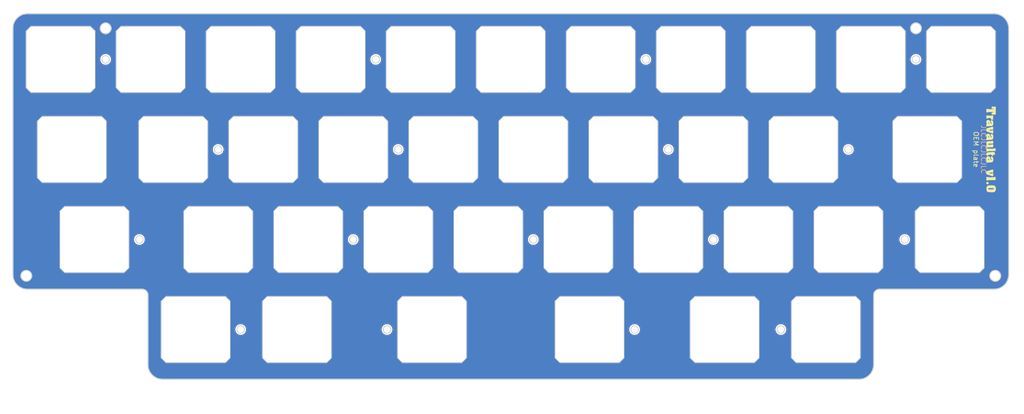
<source format=kicad_pcb>
(kicad_pcb (version 20221018) (generator pcbnew)
  (layers (0 "F.Cu" signal) (31 "B.Cu" signal) (34 "B.Paste" user) (35 "F.Paste" user) (36 "B.SilkS" user "B.Silkscreen") (37 "F.SilkS" user "F.Silkscreen") (38 "B.Mask" user) (39 "F.Mask" user) (44 "Edge.Cuts" user))
  (net 0 "")
  (net 1 "GND")
  (footprint "cipulot_parts:ecs_plate_cut_1U" (layer "F.Cu") (at 215.9 114.3)
    (fp_text reference "REF**")
    (fp_text value "Value " hide)
    (fp_line (start -7.3 -6) (end -7.3 6) (stroke (width 0.12)) (layer "Edge.Cuts"))
    (fp_line (start -7.3 6) (end -6.3 7) (stroke (width 0.12)) (layer "Edge.Cuts"))
    (fp_line (start -6.3 -7) (end -7.3 -6) (stroke (width 0.12)) (layer "Edge.Cuts"))
    (fp_line (start -6.3 7) (end 6.3 7) (stroke (width 0.12)) (layer "Edge.Cuts"))
    (fp_line (start 6.3 -7) (end -6.3 -7) (stroke (width 0.12)) (layer "Edge.Cuts"))
    (fp_line (start 6.3 -7) (end 7.3 -6) (stroke (width 0.12)) (layer "Edge.Cuts"))
    (fp_line (start 6.3 7) (end 7.3 6) (stroke (width 0.12)) (layer "Edge.Cuts"))
    (fp_line (start 7.3 6) (end 7.3 -6) (stroke (width 0.12)) (layer "Edge.Cuts"))
  )
  (footprint "cipulot_parts:ecs_plate_cut_1U" (layer "F.Cu") (at 220.6625 95.25)
    (fp_text reference "REF**")
    (fp_text value "Value " hide)
    (fp_line (start -7.3 -6) (end -7.3 6) (stroke (width 0.12)) (layer "Edge.Cuts"))
    (fp_line (start -7.3 6) (end -6.3 7) (stroke (width 0.12)) (layer "Edge.Cuts"))
    (fp_line (start -6.3 -7) (end -7.3 -6) (stroke (width 0.12)) (layer "Edge.Cuts"))
    (fp_line (start -6.3 7) (end 6.3 7) (stroke (width 0.12)) (layer "Edge.Cuts"))
    (fp_line (start 6.3 -7) (end -6.3 -7) (stroke (width 0.12)) (layer "Edge.Cuts"))
    (fp_line (start 6.3 -7) (end 7.3 -6) (stroke (width 0.12)) (layer "Edge.Cuts"))
    (fp_line (start 6.3 7) (end 7.3 6) (stroke (width 0.12)) (layer "Edge.Cuts"))
    (fp_line (start 7.3 6) (end 7.3 -6) (stroke (width 0.12)) (layer "Edge.Cuts"))
  )
  (footprint "cipulot_parts:ecs_plate_cut_1U" (layer "F.Cu") (at 132.555 114.3)
    (fp_text reference "REF**")
    (fp_text value "Value " hide)
    (fp_line (start -7.3 -6) (end -7.3 6) (stroke (width 0.12)) (layer "Edge.Cuts"))
    (fp_line (start -7.3 6) (end -6.3 7) (stroke (width 0.12)) (layer "Edge.Cuts"))
    (fp_line (start -6.3 -7) (end -7.3 -6) (stroke (width 0.12)) (layer "Edge.Cuts"))
    (fp_line (start -6.3 7) (end 6.3 7) (stroke (width 0.12)) (layer "Edge.Cuts"))
    (fp_line (start 6.3 -7) (end -6.3 -7) (stroke (width 0.12)) (layer "Edge.Cuts"))
    (fp_line (start 6.3 -7) (end 7.3 -6) (stroke (width 0.12)) (layer "Edge.Cuts"))
    (fp_line (start 6.3 7) (end 7.3 6) (stroke (width 0.12)) (layer "Edge.Cuts"))
    (fp_line (start 7.3 6) (end 7.3 -6) (stroke (width 0.12)) (layer "Edge.Cuts"))
  )
  (footprint "cipulot_parts:ecs_plate_cut_1U" (layer "F.Cu") (at 173.0375 76.2)
    (fp_text reference "REF**")
    (fp_text value "Value " hide)
    (fp_line (start -7.3 -6) (end -7.3 6) (stroke (width 0.12)) (layer "Edge.Cuts"))
    (fp_line (start -7.3 6) (end -6.3 7) (stroke (width 0.12)) (layer "Edge.Cuts"))
    (fp_line (start -6.3 -7) (end -7.3 -6) (stroke (width 0.12)) (layer "Edge.Cuts"))
    (fp_line (start -6.3 7) (end 6.3 7) (stroke (width 0.12)) (layer "Edge.Cuts"))
    (fp_line (start 6.3 -7) (end -6.3 -7) (stroke (width 0.12)) (layer "Edge.Cuts"))
    (fp_line (start 6.3 -7) (end 7.3 -6) (stroke (width 0.12)) (layer "Edge.Cuts"))
    (fp_line (start 6.3 7) (end 7.3 6) (stroke (width 0.12)) (layer "Edge.Cuts"))
    (fp_line (start 7.3 6) (end 7.3 -6) (stroke (width 0.12)) (layer "Edge.Cuts"))
  )
  (footprint "cipulot_parts:ecs_plate_cut_1U" (layer "F.Cu") (at 103.98 114.3)
    (fp_text reference "REF**")
    (fp_text value "Value " hide)
    (fp_line (start -7.3 -6) (end -7.3 6) (stroke (width 0.12)) (layer "Edge.Cuts"))
    (fp_line (start -7.3 6) (end -6.3 7) (stroke (width 0.12)) (layer "Edge.Cuts"))
    (fp_line (start -6.3 -7) (end -7.3 -6) (stroke (width 0.12)) (layer "Edge.Cuts"))
    (fp_line (start -6.3 7) (end 6.3 7) (stroke (width 0.12)) (layer "Edge.Cuts"))
    (fp_line (start 6.3 -7) (end -6.3 -7) (stroke (width 0.12)) (layer "Edge.Cuts"))
    (fp_line (start 6.3 -7) (end 7.3 -6) (stroke (width 0.12)) (layer "Edge.Cuts"))
    (fp_line (start 6.3 7) (end 7.3 6) (stroke (width 0.12)) (layer "Edge.Cuts"))
    (fp_line (start 7.3 6) (end 7.3 -6) (stroke (width 0.12)) (layer "Edge.Cuts"))
  )
  (footprint "cipulot_parts:ecs_plate_cut_1U" (layer "F.Cu") (at 115.8875 76.2)
    (fp_text reference "REF**")
    (fp_text value "Value " hide)
    (fp_line (start -7.3 -6) (end -7.3 6) (stroke (width 0.12)) (layer "Edge.Cuts"))
    (fp_line (start -7.3 6) (end -6.3 7) (stroke (width 0.12)) (layer "Edge.Cuts"))
    (fp_line (start -6.3 -7) (end -7.3 -6) (stroke (width 0.12)) (layer "Edge.Cuts"))
    (fp_line (start -6.3 7) (end 6.3 7) (stroke (width 0.12)) (layer "Edge.Cuts"))
    (fp_line (start 6.3 -7) (end -6.3 -7) (stroke (width 0.12)) (layer "Edge.Cuts"))
    (fp_line (start 6.3 -7) (end 7.3 -6) (stroke (width 0.12)) (layer "Edge.Cuts"))
    (fp_line (start 6.3 7) (end 7.3 6) (stroke (width 0.12)) (layer "Edge.Cuts"))
    (fp_line (start 7.3 6) (end 7.3 -6) (stroke (width 0.12)) (layer "Edge.Cuts"))
  )
  (footprint "cipulot_parts:ecs_plate_cut_1U" (layer "F.Cu") (at 82.55 114.3)
    (fp_text reference "REF**")
    (fp_text value "Value " hide)
    (fp_line (start -7.3 -6) (end -7.3 6) (stroke (width 0.12)) (layer "Edge.Cuts"))
    (fp_line (start -7.3 6) (end -6.3 7) (stroke (width 0.12)) (layer "Edge.Cuts"))
    (fp_line (start -6.3 -7) (end -7.3 -6) (stroke (width 0.12)) (layer "Edge.Cuts"))
    (fp_line (start -6.3 7) (end 6.3 7) (stroke (width 0.12)) (layer "Edge.Cuts"))
    (fp_line (start 6.3 -7) (end -6.3 -7) (stroke (width 0.12)) (layer "Edge.Cuts"))
    (fp_line (start 6.3 -7) (end 7.3 -6) (stroke (width 0.12)) (layer "Edge.Cuts"))
    (fp_line (start 6.3 7) (end 7.3 6) (stroke (width 0.12)) (layer "Edge.Cuts"))
    (fp_line (start 7.3 6) (end 7.3 -6) (stroke (width 0.12)) (layer "Edge.Cuts"))
  )
  (footprint "cipulot_parts:ecs_plate_cut_1U" (layer "F.Cu") (at 56.358 76.2)
    (fp_text reference "REF**")
    (fp_text value "Value " hide)
    (fp_line (start -7.3 -6) (end -7.3 6) (stroke (width 0.12)) (layer "Edge.Cuts"))
    (fp_line (start -7.3 6) (end -6.3 7) (stroke (width 0.12)) (layer "Edge.Cuts"))
    (fp_line (start -6.3 -7) (end -7.3 -6) (stroke (width 0.12)) (layer "Edge.Cuts"))
    (fp_line (start -6.3 7) (end 6.3 7) (stroke (width 0.12)) (layer "Edge.Cuts"))
    (fp_line (start 6.3 -7) (end -6.3 -7) (stroke (width 0.12)) (layer "Edge.Cuts"))
    (fp_line (start 6.3 -7) (end 7.3 -6) (stroke (width 0.12)) (layer "Edge.Cuts"))
    (fp_line (start 6.3 7) (end 7.3 6) (stroke (width 0.12)) (layer "Edge.Cuts"))
    (fp_line (start 7.3 6) (end 7.3 -6) (stroke (width 0.12)) (layer "Edge.Cuts"))
  )
  (footprint "cipulot_parts:ecs_plate_cut_1U" (layer "F.Cu") (at 77.7875 76.2)
    (fp_text reference "REF**")
    (fp_text value "Value " hide)
    (fp_line (start -7.3 -6) (end -7.3 6) (stroke (width 0.12)) (layer "Edge.Cuts"))
    (fp_line (start -7.3 6) (end -6.3 7) (stroke (width 0.12)) (layer "Edge.Cuts"))
    (fp_line (start -6.3 -7) (end -7.3 -6) (stroke (width 0.12)) (layer "Edge.Cuts"))
    (fp_line (start -6.3 7) (end 6.3 7) (stroke (width 0.12)) (layer "Edge.Cuts"))
    (fp_line (start 6.3 -7) (end -6.3 -7) (stroke (width 0.12)) (layer "Edge.Cuts"))
    (fp_line (start 6.3 -7) (end 7.3 -6) (stroke (width 0.12)) (layer "Edge.Cuts"))
    (fp_line (start 6.3 7) (end 7.3 6) (stroke (width 0.12)) (layer "Edge.Cuts"))
    (fp_line (start 7.3 6) (end 7.3 -6) (stroke (width 0.12)) (layer "Edge.Cuts"))
  )
  (footprint "cipulot_parts:ecs_plate_cut_1U" (layer "F.Cu") (at 237.33 76.2)
    (fp_text reference "REF**")
    (fp_text value "Value " hide)
    (fp_line (start -7.3 -6) (end -7.3 6) (stroke (width 0.12)) (layer "Edge.Cuts"))
    (fp_line (start -7.3 6) (end -6.3 7) (stroke (width 0.12)) (layer "Edge.Cuts"))
    (fp_line (start -6.3 -7) (end -7.3 -6) (stroke (width 0.12)) (layer "Edge.Cuts"))
    (fp_line (start -6.3 7) (end 6.3 7) (stroke (width 0.12)) (layer "Edge.Cuts"))
    (fp_line (start 6.3 -7) (end -6.3 -7) (stroke (width 0.12)) (layer "Edge.Cuts"))
    (fp_line (start 6.3 -7) (end 7.3 -6) (stroke (width 0.12)) (layer "Edge.Cuts"))
    (fp_line (start 6.3 7) (end 7.3 6) (stroke (width 0.12)) (layer "Edge.Cuts"))
    (fp_line (start 7.3 6) (end 7.3 -6) (stroke (width 0.12)) (layer "Edge.Cuts"))
  )
  (footprint "cipulot_parts:ecs_plate_cut_1U" (layer "F.Cu") (at 130.175 57.15)
    (fp_text reference "REF**")
    (fp_text value "Value " hide)
    (fp_line (start -7.3 -6) (end -7.3 6) (stroke (width 0.12)) (layer "Edge.Cuts"))
    (fp_line (start -7.3 6) (end -6.3 7) (stroke (width 0.12)) (layer "Edge.Cuts"))
    (fp_line (start -6.3 -7) (end -7.3 -6) (stroke (width 0.12)) (layer "Edge.Cuts"))
    (fp_line (start -6.3 7) (end 6.3 7) (stroke (width 0.12)) (layer "Edge.Cuts"))
    (fp_line (start 6.3 -7) (end -6.3 -7) (stroke (width 0.12)) (layer "Edge.Cuts"))
    (fp_line (start 6.3 -7) (end 7.3 -6) (stroke (width 0.12)) (layer "Edge.Cuts"))
    (fp_line (start 6.3 7) (end 7.3 6) (stroke (width 0.12)) (layer "Edge.Cuts"))
    (fp_line (start 7.3 6) (end 7.3 -6) (stroke (width 0.12)) (layer "Edge.Cuts"))
  )
  (footprint "cipulot_parts:ecs_plate_cut_1U" (layer "F.Cu") (at 165.892 114.3)
    (fp_text reference "REF**")
    (fp_text value "Value " hide)
    (fp_line (start -7.3 -6) (end -7.3 6) (stroke (width 0.12)) (layer "Edge.Cuts"))
    (fp_line (start -7.3 6) (end -6.3 7) (stroke (width 0.12)) (layer "Edge.Cuts"))
    (fp_line (start -6.3 -7) (end -7.3 -6) (stroke (width 0.12)) (layer "Edge.Cuts"))
    (fp_line (start -6.3 7) (end 6.3 7) (stroke (width 0.12)) (layer "Edge.Cuts"))
    (fp_line (start 6.3 -7) (end -6.3 -7) (stroke (width 0.12)) (layer "Edge.Cuts"))
    (fp_line (start 6.3 -7) (end 7.3 -6) (stroke (width 0.12)) (layer "Edge.Cuts"))
    (fp_line (start 6.3 7) (end 7.3 6) (stroke (width 0.12)) (layer "Edge.Cuts"))
    (fp_line (start 7.3 6) (end 7.3 -6) (stroke (width 0.12)) (layer "Edge.Cuts"))
  )
  (footprint "cipulot_parts:ecs_plate_cut_1U" (layer "F.Cu") (at 201.6125 95.25)
    (fp_text reference "REF**")
    (fp_text value "Value " hide)
    (fp_line (start -7.3 -6) (end -7.3 6) (stroke (width 0.12)) (layer "Edge.Cuts"))
    (fp_line (start -7.3 6) (end -6.3 7) (stroke (width 0.12)) (layer "Edge.Cuts"))
    (fp_line (start -6.3 -7) (end -7.3 -6) (stroke (width 0.12)) (layer "Edge.Cuts"))
    (fp_line (start -6.3 7) (end 6.3 7) (stroke (width 0.12)) (layer "Edge.Cuts"))
    (fp_line (start 6.3 -7) (end -6.3 -7) (stroke (width 0.12)) (layer "Edge.Cuts"))
    (fp_line (start 6.3 -7) (end 7.3 -6) (stroke (width 0.12)) (layer "Edge.Cuts"))
    (fp_line (start 6.3 7) (end 7.3 6) (stroke (width 0.12)) (layer "Edge.Cuts"))
    (fp_line (start 7.3 6) (end 7.3 -6) (stroke (width 0.12)) (layer "Edge.Cuts"))
  )
  (footprint "cipulot_parts:ecs_plate_cut_1U" (layer "F.Cu") (at 225.425 57.15)
    (fp_text reference "REF**")
    (fp_text value "Value " hide)
    (fp_line (start -7.3 -6) (end -7.3 6) (stroke (width 0.12)) (layer "Edge.Cuts"))
    (fp_line (start -7.3 6) (end -6.3 7) (stroke (width 0.12)) (layer "Edge.Cuts"))
    (fp_line (start -6.3 -7) (end -7.3 -6) (stroke (width 0.12)) (layer "Edge.Cuts"))
    (fp_line (start -6.3 7) (end 6.3 7) (stroke (width 0.12)) (layer "Edge.Cuts"))
    (fp_line (start 6.3 -7) (end -6.3 -7) (stroke (width 0.12)) (layer "Edge.Cuts"))
    (fp_line (start 6.3 -7) (end 7.3 -6) (stroke (width 0.12)) (layer "Edge.Cuts"))
    (fp_line (start 6.3 7) (end 7.3 6) (stroke (width 0.12)) (layer "Edge.Cuts"))
    (fp_line (start 7.3 6) (end 7.3 -6) (stroke (width 0.12)) (layer "Edge.Cuts"))
  )
  (footprint "cipulot_parts:ecs_plate_cut_1U" (layer "F.Cu") (at 87.3125 95.25)
    (fp_text reference "REF**")
    (fp_text value "Value " hide)
    (fp_line (start -7.3 -6) (end -7.3 6) (stroke (width 0.12)) (layer "Edge.Cuts"))
    (fp_line (start -7.3 6) (end -6.3 7) (stroke (width 0.12)) (layer "Edge.Cuts"))
    (fp_line (start -6.3 -7) (end -7.3 -6) (stroke (width 0.12)) (layer "Edge.Cuts"))
    (fp_line (start -6.3 7) (end 6.3 7) (stroke (width 0.12)) (layer "Edge.Cuts"))
    (fp_line (start 6.3 -7) (end -6.3 -7) (stroke (width 0.12)) (layer "Edge.Cuts"))
    (fp_line (start 6.3 -7) (end 7.3 -6) (stroke (width 0.12)) (layer "Edge.Cuts"))
    (fp_line (start 6.3 7) (end 7.3 6) (stroke (width 0.12)) (layer "Edge.Cuts"))
    (fp_line (start 7.3 6) (end 7.3 -6) (stroke (width 0.12)) (layer "Edge.Cuts"))
  )
  (footprint "cipulot_parts:ecs_plate_cut_1U" (layer "F.Cu") (at 168.275 57.15)
    (fp_text reference "REF**")
    (fp_text value "Value " hide)
    (fp_line (start -7.3 -6) (end -7.3 6) (stroke (width 0.12)) (layer "Edge.Cuts"))
    (fp_line (start -7.3 6) (end -6.3 7) (stroke (width 0.12)) (layer "Edge.Cuts"))
    (fp_line (start -6.3 -7) (end -7.3 -6) (stroke (width 0.12)) (layer "Edge.Cuts"))
    (fp_line (start -6.3 7) (end 6.3 7) (stroke (width 0.12)) (layer "Edge.Cuts"))
    (fp_line (start 6.3 -7) (end -6.3 -7) (stroke (width 0.12)) (layer "Edge.Cuts"))
    (fp_line (start 6.3 -7) (end 7.3 -6) (stroke (width 0.12)) (layer "Edge.Cuts"))
    (fp_line (start 6.3 7) (end 7.3 6) (stroke (width 0.12)) (layer "Edge.Cuts"))
    (fp_line (start 7.3 6) (end 7.3 -6) (stroke (width 0.12)) (layer "Edge.Cuts"))
  )
  (footprint "cipulot_parts:ecs_plate_cut_1U" (layer "F.Cu") (at 144.4625 95.25)
    (fp_text reference "REF**")
    (fp_text value "Value " hide)
    (fp_line (start -7.3 -6) (end -7.3 6) (stroke (width 0.12)) (layer "Edge.Cuts"))
    (fp_line (start -7.3 6) (end -6.3 7) (stroke (width 0.12)) (layer "Edge.Cuts"))
    (fp_line (start -6.3 -7) (end -7.3 -6) (stroke (width 0.12)) (layer "Edge.Cuts"))
    (fp_line (start -6.3 7) (end 6.3 7) (stroke (width 0.12)) (layer "Edge.Cuts"))
    (fp_line (start 6.3 -7) (end -6.3 -7) (stroke (width 0.12)) (layer "Edge.Cuts"))
    (fp_line (start 6.3 -7) (end 7.3 -6) (stroke (width 0.12)) (layer "Edge.Cuts"))
    (fp_line (start 6.3 7) (end 7.3 6) (stroke (width 0.12)) (layer "Edge.Cuts"))
    (fp_line (start 7.3 6) (end 7.3 -6) (stroke (width 0.12)) (layer "Edge.Cuts"))
  )
  (footprint "cipulot_parts:ecs_plate_cut_1U" (layer "F.Cu") (at 125.4125 95.25)
    (fp_text reference "REF**")
    (fp_text value "Value " hide)
    (fp_line (start -7.3 -6) (end -7.3 6) (stroke (width 0.12)) (layer "Edge.Cuts"))
    (fp_line (start -7.3 6) (end -6.3 7) (stroke (width 0.12)) (layer "Edge.Cuts"))
    (fp_line (start -6.3 -7) (end -7.3 -6) (stroke (width 0.12)) (layer "Edge.Cuts"))
    (fp_line (start -6.3 7) (end 6.3 7) (stroke (width 0.12)) (layer "Edge.Cuts"))
    (fp_line (start 6.3 -7) (end -6.3 -7) (stroke (width 0.12)) (layer "Edge.Cuts"))
    (fp_line (start 6.3 -7) (end 7.3 -6) (stroke (width 0.12)) (layer "Edge.Cuts"))
    (fp_line (start 6.3 7) (end 7.3 6) (stroke (width 0.12)) (layer "Edge.Cuts"))
    (fp_line (start 7.3 6) (end 7.3 -6) (stroke (width 0.12)) (layer "Edge.Cuts"))
  )
  (footprint "cipulot_parts:ecs_plate_cut_1U" (layer "F.Cu") (at 53.975 57.15)
    (fp_text reference "REF**")
    (fp_text value "Value " hide)
    (fp_line (start -7.3 -6) (end -7.3 6) (stroke (width 0.12)) (layer "Edge.Cuts"))
    (fp_line (start -7.3 6) (end -6.3 7) (stroke (width 0.12)) (layer "Edge.Cuts"))
    (fp_line (start -6.3 -7) (end -7.3 -6) (stroke (width 0.12)) (layer "Edge.Cuts"))
    (fp_line (start -6.3 7) (end 6.3 7) (stroke (width 0.12)) (layer "Edge.Cuts"))
    (fp_line (start 6.3 -7) (end -6.3 -7) (stroke (width 0.12)) (layer "Edge.Cuts"))
    (fp_line (start 6.3 -7) (end 7.3 -6) (stroke (width 0.12)) (layer "Edge.Cuts"))
    (fp_line (start 6.3 7) (end 7.3 6) (stroke (width 0.12)) (layer "Edge.Cuts"))
    (fp_line (start 7.3 6) (end 7.3 -6) (stroke (width 0.12)) (layer "Edge.Cuts"))
  )
  (footprint "cipulot_parts:ecs_plate_cut_1U" (layer "F.Cu") (at 211.1375 76.2)
    (fp_text reference "REF**")
    (fp_text value "Value " hide)
    (fp_line (start -7.3 -6) (end -7.3 6) (stroke (width 0.12)) (layer "Edge.Cuts"))
    (fp_line (start -7.3 6) (end -6.3 7) (stroke (width 0.12)) (layer "Edge.Cuts"))
    (fp_line (start -6.3 -7) (end -7.3 -6) (stroke (width 0.12)) (layer "Edge.Cuts"))
    (fp_line (start -6.3 7) (end 6.3 7) (stroke (width 0.12)) (layer "Edge.Cuts"))
    (fp_line (start 6.3 -7) (end -6.3 -7) (stroke (width 0.12)) (layer "Edge.Cuts"))
    (fp_line (start 6.3 -7) (end 7.3 -6) (stroke (width 0.12)) (layer "Edge.Cuts"))
    (fp_line (start 6.3 7) (end 7.3 6) (stroke (width 0.12)) (layer "Edge.Cuts"))
    (fp_line (start 7.3 6) (end 7.3 -6) (stroke (width 0.12)) (layer "Edge.Cuts"))
  )
  (footprint "cipulot_parts:ecs_plate_cut_1U" (layer "F.Cu") (at 96.8375 76.2)
    (fp_text reference "REF**")
    (fp_text value "Value " hide)
    (fp_line (start -7.3 -6) (end -7.3 6) (stroke (width 0.12)) (layer "Edge.Cuts"))
    (fp_line (start -7.3 6) (end -6.3 7) (stroke (width 0.12)) (layer "Edge.Cuts"))
    (fp_line (start -6.3 -7) (end -7.3 -6) (stroke (width 0.12)) (layer "Edge.Cuts"))
    (fp_line (start -6.3 7) (end 6.3 7) (stroke (width 0.12)) (layer "Edge.Cuts"))
    (fp_line (start 6.3 -7) (end -6.3 -7) (stroke (width 0.12)) (layer "Edge.Cuts"))
    (fp_line (start 6.3 -7) (end 7.3 -6) (stroke (width 0.12)) (layer "Edge.Cuts"))
    (fp_line (start 6.3 7) (end 7.3 6) (stroke (width 0.12)) (layer "Edge.Cuts"))
    (fp_line (start 7.3 6) (end 7.3 -6) (stroke (width 0.12)) (layer "Edge.Cuts"))
  )
  (footprint "cipulot_parts:ecs_plate_cut_1U" (layer "F.Cu") (at 163.5125 95.25)
    (fp_text reference "REF**")
    (fp_text value "Value " hide)
    (fp_line (start -7.3 -6) (end -7.3 6) (stroke (width 0.12)) (layer "Edge.Cuts"))
    (fp_line (start -7.3 6) (end -6.3 7) (stroke (width 0.12)) (layer "Edge.Cuts"))
    (fp_line (start -6.3 -7) (end -7.3 -6) (stroke (width 0.12)) (layer "Edge.Cuts"))
    (fp_line (start -6.3 7) (end 6.3 7) (stroke (width 0.12)) (layer "Edge.Cuts"))
    (fp_line (start 6.3 -7) (end -6.3 -7) (stroke (width 0.12)) (layer "Edge.Cuts"))
    (fp_line (start 6.3 -7) (end 7.3 -6) (stroke (width 0.12)) (layer "Edge.Cuts"))
    (fp_line (start 6.3 7) (end 7.3 6) (stroke (width 0.12)) (layer "Edge.Cuts"))
    (fp_line (start 7.3 6) (end 7.3 -6) (stroke (width 0.12)) (layer "Edge.Cuts"))
  )
  (footprint "cipulot_parts:ecs_plate_cut_1U" (layer "F.Cu") (at 192.0875 76.2)
    (fp_text reference "REF**")
    (fp_text value "Value " hide)
    (fp_line (start -7.3 -6) (end -7.3 6) (stroke (width 0.12)) (layer "Edge.Cuts"))
    (fp_line (start -7.3 6) (end -6.3 7) (stroke (width 0.12)) (layer "Edge.Cuts"))
    (fp_line (start -6.3 -7) (end -7.3 -6) (stroke (width 0.12)) (layer "Edge.Cuts"))
    (fp_line (start -6.3 7) (end 6.3 7) (stroke (width 0.12)) (layer "Edge.Cuts"))
    (fp_line (start 6.3 -7) (end -6.3 -7) (stroke (width 0.12)) (layer "Edge.Cuts"))
    (fp_line (start 6.3 -7) (end 7.3 -6) (stroke (width 0.12)) (layer "Edge.Cuts"))
    (fp_line (start 6.3 7) (end 7.3 6) (stroke (width 0.12)) (layer "Edge.Cuts"))
    (fp_line (start 7.3 6) (end 7.3 -6) (stroke (width 0.12)) (layer "Edge.Cuts"))
  )
  (footprint "cipulot_parts:ecs_plate_cut_1U" (layer "F.Cu") (at 111.125 57.15)
    (fp_text reference "REF**")
    (fp_text value "Value " hide)
    (fp_line (start -7.3 -6) (end -7.3 6) (stroke (width 0.12)) (layer "Edge.Cuts"))
    (fp_line (start -7.3 6) (end -6.3 7) (stroke (width 0.12)) (layer "Edge.Cuts"))
    (fp_line (start -6.3 -7) (end -7.3 -6) (stroke (width 0.12)) (layer "Edge.Cuts"))
    (fp_line (start -6.3 7) (end 6.3 7) (stroke (width 0.12)) (layer "Edge.Cuts"))
    (fp_line (start 6.3 -7) (end -6.3 -7) (stroke (width 0.12)) (layer "Edge.Cuts"))
    (fp_line (start 6.3 -7) (end 7.3 -6) (stroke (width 0.12)) (layer "Edge.Cuts"))
    (fp_line (start 6.3 7) (end 7.3 6) (stroke (width 0.12)) (layer "Edge.Cuts"))
    (fp_line (start 7.3 6) (end 7.3 -6) (stroke (width 0.12)) (layer "Edge.Cuts"))
  )
  (footprint "cipulot_parts:ecs_plate_cut_1U" (layer "F.Cu") (at 182.5625 95.25)
    (fp_text reference "REF**")
    (fp_text value "Value " hide)
    (fp_line (start -7.3 -6) (end -7.3 6) (stroke (width 0.12)) (layer "Edge.Cuts"))
    (fp_line (start -7.3 6) (end -6.3 7) (stroke (width 0.12)) (layer "Edge.Cuts"))
    (fp_line (start -6.3 -7) (end -7.3 -6) (stroke (width 0.12)) (layer "Edge.Cuts"))
    (fp_line (start -6.3 7) (end 6.3 7) (stroke (width 0.12)) (layer "Edge.Cuts"))
    (fp_line (start 6.3 -7) (end -6.3 -7) (stroke (width 0.12)) (layer "Edge.Cuts"))
    (fp_line (start 6.3 -7) (end 7.3 -6) (stroke (width 0.12)) (layer "Edge.Cuts"))
    (fp_line (start 6.3 7) (end 7.3 6) (stroke (width 0.12)) (layer "Edge.Cuts"))
    (fp_line (start 7.3 6) (end 7.3 -6) (stroke (width 0.12)) (layer "Edge.Cuts"))
  )
  (footprint "cipulot_parts:ecs_plate_cut_1U" (layer "F.Cu") (at 187.325 57.15)
    (fp_text reference "REF**")
    (fp_text value "Value " hide)
    (fp_line (start -7.3 -6) (end -7.3 6) (stroke (width 0.12)) (layer "Edge.Cuts"))
    (fp_line (start -7.3 6) (end -6.3 7) (stroke (width 0.12)) (layer "Edge.Cuts"))
    (fp_line (start -6.3 -7) (end -7.3 -6) (stroke (width 0.12)) (layer "Edge.Cuts"))
    (fp_line (start -6.3 7) (end 6.3 7) (stroke (width 0.12)) (layer "Edge.Cuts"))
    (fp_line (start 6.3 -7) (end -6.3 -7) (stroke (width 0.12)) (layer "Edge.Cuts"))
    (fp_line (start 6.3 -7) (end 7.3 -6) (stroke (width 0.12)) (layer "Edge.Cuts"))
    (fp_line (start 6.3 7) (end 7.3 6) (stroke (width 0.12)) (layer "Edge.Cuts"))
    (fp_line (start 7.3 6) (end 7.3 -6) (stroke (width 0.12)) (layer "Edge.Cuts"))
  )
  (footprint "LOGO" (layer "F.Cu") (at 250.825 76.2 -90)
    (fp_text reference "G***" hide)
    (fp_text value "LOGO" hide)
    (fp_poly (pts (xy 7.18818 0.488735) (xy 7.290086 0.556518) (xy 7.361374 0.666908) (xy 7.373037 0.783493) (xy 7.327267 0.889887) (xy 7.235397 0.965165) (xy 7.154577 1.002165) (xy 7.09726 1.00849) (xy 7.034887 0.990653) (xy 6.932052 0.922456) (xy 6.873471 0.821715) (xy 6.862578 0.707617) (xy 6.902806 0.599352) (xy 6.954894 0.5436) (xy 7.073797 0.482596)) (fill solid) (layer "F.SilkS"))
    (fp_poly (pts (xy 0.344385 -0.204556) (xy 0.349374 0.070612) (xy 0.356045 0.283452) (xy 0.36474 0.439266) (xy 0.375803 0.543356) (xy 0.389577 0.601025) (xy 0.397403 0.613926) (xy 0.422556 0.671113) (xy 0.437694 0.767422) (xy 0.43968 0.818482) (xy 0.43968 0.980825) (xy 0.101465 0.980825) (xy -0.236751 0.980825) (xy -0.236751 0.813713) (xy -0.230433 0.712848) (xy -0.214343 0.642604) (xy -0.20293 0.625699) (xy -0.190524 0.584742) (xy -0.180589 0.483371) (xy -0.173514 0.328781) (xy -0.169687 0.128169) (xy -0.169108 0) (xy -0.17097 -0.222988) (xy -0.176295 -0.403936) (xy -0.184696 -0.535648) (xy -0.195782 -0.610928) (xy -0.20293 -0.625699) (xy -0.222553 -0.669043) (xy -0.234757 -0.756087) (xy -0.236751 -0.813714) (xy -0.236751 -0.980826) (xy 0.048446 -0.980826) (xy 0.333643 -0.980826)) (fill solid) (layer "F.SilkS"))
    (fp_poly (pts (xy 6.493742 -0.204926) (xy 6.495204 0.057778) (xy 6.499446 0.273899) (xy 6.506247 0.438272) (xy 6.51539 0.545737) (xy 6.526654 0.591128) (xy 6.527563 0.591877) (xy 6.546377 0.634814) (xy 6.558656 0.722902) (xy 6.561385 0.796803) (xy 6.561385 0.980825) (xy 6.189347 0.980825) (xy 5.81731 0.980825) (xy 5.81731 0.796803) (xy 5.823065 0.690882) (xy 5.837859 0.614926) (xy 5.851132 0.591877) (xy 5.86365 0.550889) (xy 5.873655 0.449759) (xy 5.880733 0.295955) (xy 5.884469 0.096945) (xy 5.884953 -0.016911) (xy 5.88304 -0.235681) (xy 5.877578 -0.41297) (xy 5.868981 -0.541312) (xy 5.857665 -0.613236) (xy 5.851132 -0.625699) (xy 5.831508 -0.669043) (xy 5.819304 -0.756087) (xy 5.81731 -0.813714) (xy 5.81731 -0.980826) (xy 6.155526 -0.980826) (xy 6.493742 -0.980826)) (fill solid) (layer "F.SilkS"))
    (fp_poly (pts (xy -6.362436 -0.503151) (xy -6.339437 -0.481165) (xy -6.328352 -0.427167) (xy -6.324871 -0.32696) (xy -6.324634 -0.253662) (xy -6.324634 0) (xy -6.417643 0.001075) (xy -6.530845 0.022427) (xy -6.604735 0.088414) (xy -6.64569 0.206616) (xy -6.655505 0.283926) (xy -6.653599 0.45236) (xy -6.616062 0.577222) (xy -6.580475 0.684183) (xy -6.56208 0.80907) (xy -6.561385 0.833824) (xy -6.561385 0.980825) (xy -6.885694 0.980825) (xy -7.210003 0.980825) (xy -7.187784 0.76944) (xy -7.177233 0.632305) (xy -7.169395 0.460416) (xy -7.165687 0.28665) (xy -7.165566 0.253661) (xy -7.168248 0.083587) (xy -7.175352 -0.091375) (xy -7.185461 -0.238347) (xy -7.187784 -0.262118) (xy -7.210003 -0.473502) (xy -6.939245 -0.473502) (xy -6.77933 -0.468323) (xy -6.683995 -0.452908) (xy -6.655094 -0.433325) (xy -6.626534 -0.41578) (xy -6.563113 -0.448205) (xy -6.560196 -0.450235) (xy -6.473193 -0.492936) (xy -6.401662 -0.507324)) (fill solid) (layer "F.SilkS"))
    (fp_poly (pts (xy -7.373103 -0.574967) (xy -7.373103 -0.135287) (xy -7.591329 -0.135287) (xy -7.809555 -0.135287) (xy -7.819625 -0.343987) (xy -7.832451 -0.471436) (xy -7.85487 -0.548763) (xy -7.871971 -0.566646) (xy -7.886475 -0.54025) (xy -7.898249 -0.459287) (xy -7.907199 -0.336785) (xy -7.913229 -0.185769) (xy -7.916244 -0.019265) (xy -7.91615 0.149701) (xy -7.912851 0.308104) (xy -7.906252 0.442916) (xy -7.896259 0.541113) (xy -7.882775 0.589669) (xy -7.880426 0.591877) (xy -7.861613 0.634814) (xy -7.849333 0.722902) (xy -7.846605 0.796803) (xy -7.846605 0.980825) (xy -8.218642 0.980825) (xy -8.590679 0.980825) (xy -8.590679 0.796803) (xy -8.584925 0.690882) (xy -8.57013 0.614926) (xy -8.556858 0.591877) (xy -8.544238 0.550862) (xy -8.534169 0.44996) (xy -8.52709 0.296893) (xy -8.523442 0.099384) (xy -8.523036 -0.001996) (xy -8.523812 -0.21463) (xy -8.526665 -0.368537) (xy -8.532383 -0.472619) (xy -8.541756 -0.535781) (xy -8.55557 -0.566926) (xy -8.573768 -0.574967) (xy -8.602225 -0.56029) (xy -8.618041 -0.507848) (xy -8.624129 -0.40502) (xy -8.624501 -0.355127) (xy -8.624501 -0.135287) (xy -8.844341 -0.135287) (xy -9.064181 -0.135287) (xy -9.064181 -0.574967) (xy -9.064181 -1.014648) (xy -8.218642 -1.014648) (xy -7.373103 -1.014648)) (fill solid) (layer "F.SilkS"))
    (fp_poly (pts (xy -4.170704 -0.229438) (xy -4.17522 -0.069316) (xy -4.164602 0.089222) (xy -4.14146 0.226941) (xy -4.108404 0.324608) (xy -4.092209 0.349038) (xy -4.072025 0.333416) (xy -4.042283 0.266213) (xy -4.00917 0.161634) (xy -4.006862 0.153191) (xy -3.975435 0.022265) (xy -3.967172 -0.059076) (xy -3.980973 -0.104387) (xy -3.985554 -0.109602) (xy -4.008844 -0.164842) (xy -4.022894 -0.25981) (xy -4.024767 -0.311159) (xy -4.024767 -0.473502) (xy -3.720373 -0.473502) (xy -3.415979 -0.473502) (xy -3.415979 -0.320115) (xy -3.426334 -0.208114) (xy -3.452236 -0.113411) (xy -3.463199 -0.09182) (xy -3.489008 -0.03386) (xy -3.528561 0.075747) (xy -3.577323 0.22352) (xy -3.630757 0.395981) (xy -3.656261 0.481957) (xy -3.802104 0.980825) (xy -4.114369 0.980825) (xy -4.252317 0.978256) (xy -4.362326 0.971366) (xy -4.428603 0.961384) (xy -4.440499 0.955459) (xy -4.454099 0.915692) (xy -4.482534 0.822604) (xy -4.522303 0.687984) (xy -4.569903 0.52362) (xy -4.598733 0.422769) (xy -4.650283 0.246079) (xy -4.697652 0.09192) (xy -4.736959 -0.027686) (xy -4.764323 -0.100718) (xy -4.772883 -0.116685) (xy -4.7905 -0.167358) (xy -4.801185 -0.259162) (xy -4.802663 -0.311159) (xy -4.802663 -0.473502) (xy -4.476453 -0.473502) (xy -4.150243 -0.473502)) (fill solid) (layer "F.SilkS"))
    (fp_poly (pts (xy 4.893477 -0.229438) (xy 4.888961 -0.069316) (xy 4.899579 0.089222) (xy 4.922721 0.226941) (xy 4.955777 0.324608) (xy 4.971973 0.349038) (xy 4.992156 0.333416) (xy 5.021899 0.266213) (xy 5.055011 0.161634) (xy 5.05732 0.153191) (xy 5.088746 0.022265) (xy 5.097009 -0.059076) (xy 5.083208 -0.104387) (xy 5.078627 -0.109602) (xy 5.055337 -0.164842) (xy 5.041287 -0.25981) (xy 5.039414 -0.311159) (xy 5.039414 -0.473502) (xy 5.343808 -0.473502) (xy 5.648202 -0.473502) (xy 5.648202 -0.320115) (xy 5.637847 -0.208114) (xy 5.611945 -0.113411) (xy 5.600982 -0.09182) (xy 5.575173 -0.03386) (xy 5.53562 0.075747) (xy 5.486858 0.22352) (xy 5.433424 0.395981) (xy 5.40792 0.481957) (xy 5.262078 0.980825) (xy 4.949812 0.980825) (xy 4.811864 0.978256) (xy 4.701855 0.971366) (xy 4.635578 0.961384) (xy 4.623683 0.955459) (xy 4.610082 0.915692) (xy 4.581647 0.822604) (xy 4.541878 0.687984) (xy 4.494278 0.52362) (xy 4.465448 0.422769) (xy 4.413898 0.246079) (xy 4.366529 0.09192) (xy 4.327222 -0.027686) (xy 4.299858 -0.100718) (xy 4.291298 -0.116685) (xy 4.273681 -0.167358) (xy 4.262996 -0.259162) (xy 4.261518 -0.311159) (xy 4.261518 -0.473502) (xy 4.587728 -0.473502) (xy 4.913938 -0.473502)) (fill solid) (layer "F.SilkS"))
    (fp_poly (pts (xy 1.104128 -0.848823) (xy 1.113319 -0.768762) (xy 1.116112 -0.676432) (xy 1.116112 -0.473502) (xy 1.217576 -0.473502) (xy 1.277641 -0.469808) (xy 1.307593 -0.447091) (xy 1.317902 -0.387904) (xy 1.319041 -0.304395) (xy 1.316824 -0.204287) (xy 1.303195 -0.154367) (xy 1.267682 -0.137186) (xy 1.217576 -0.135287) (xy 1.116112 -0.135287) (xy 1.116112 0.178493) (xy 1.124649 0.383409) (xy 1.151091 0.526523) (xy 1.196687 0.611591) (xy 1.262684 0.642372) (xy 1.270227 0.642609) (xy 1.303255 0.66542) (xy 1.317722 0.740399) (xy 1.319041 0.790862) (xy 1.31347 0.887031) (xy 1.290583 0.936565) (xy 1.242943 0.959508) (xy 1.139772 0.974519) (xy 1.010257 0.977325) (xy 0.885307 0.968662) (xy 0.795831 0.949266) (xy 0.794807 0.948852) (xy 0.721669 0.902995) (xy 0.659521 0.846026) (xy 0.631429 0.807335) (xy 0.611546 0.755863) (xy 0.597996 0.679135) (xy 0.588903 0.564676) (xy 0.582392 0.40001) (xy 0.580104 0.317799) (xy 0.573646 0.151588) (xy 0.56418 0.012777) (xy 0.55286 -0.086262) (xy 0.540839 -0.133159) (xy 0.537827 -0.135287) (xy 0.520425 -0.16571) (xy 0.509381 -0.243497) (xy 0.507323 -0.304395) (xy 0.513407 -0.400861) (xy 0.528962 -0.46209) (xy 0.541145 -0.473502) (xy 0.561667 -0.503654) (xy 0.573675 -0.57961) (xy 0.574967 -0.619515) (xy 0.574967 -0.765528) (xy 0.820173 -0.822878) (xy 0.942125 -0.850599) (xy 1.037653 -0.870826) (xy 1.088333 -0.879682) (xy 1.090746 -0.879795)) (fill solid) (layer "F.SilkS"))
    (fp_poly (pts (xy -1.397027 -0.470987) (xy -1.306141 -0.461927) (xy -1.256921 -0.444052) (xy -1.238106 -0.420004) (xy -1.230088 -0.366638) (xy -1.223455 -0.260959) (xy -1.2189 -0.118293) (xy -1.217115 0.045043) (xy -1.215481 0.253876) (xy -1.209785 0.404373) (xy -1.19802 0.505811) (xy -1.178182 0.567466) (xy -1.148266 0.598615) (xy -1.106266 0.608534) (xy -1.095257 0.608788) (xy -1.059306 0.606421) (xy -1.036038 0.591262) (xy -1.022693 0.551229) (xy -1.016515 0.474236) (xy -1.014743 0.348199) (xy -1.014647 0.255657) (xy -1.017729 0.103206) (xy -1.026125 -0.019249) (xy -1.038559 -0.097603) (xy -1.048469 -0.118376) (xy -1.068093 -0.161719) (xy -1.080297 -0.248763) (xy -1.08229 -0.306391) (xy -1.08229 -0.473502) (xy -0.779511 -0.473502) (xy -0.476732 -0.473502) (xy -0.460604 0.059187) (xy -0.453439 0.260322) (xy -0.444605 0.454294) (xy -0.435042 0.623428) (xy -0.425686 0.750049) (xy -0.422038 0.786351) (xy -0.399599 0.980825) (xy -0.707123 0.980825) (xy -0.849202 0.977427) (xy -0.954184 0.968142) (xy -1.009365 0.954333) (xy -1.014647 0.947841) (xy -1.041551 0.931932) (xy -1.101403 0.947841) (xy -1.210832 0.970965) (xy -1.35129 0.977529) (xy -1.489275 0.967705) (xy -1.582661 0.945394) (xy -1.653036 0.895983) (xy -1.703847 0.807754) (xy -1.737055 0.67342) (xy -1.754618 0.485695) (xy -1.758722 0.290565) (xy -1.76155 0.127129) (xy -1.769338 -0.003996) (xy -1.781045 -0.090207) (xy -1.792543 -0.118376) (xy -1.812167 -0.161719) (xy -1.824371 -0.248763) (xy -1.826365 -0.306391) (xy -1.826365 -0.473502) (xy -1.5425 -0.473502)) (fill solid) (layer "F.SilkS"))
    (fp_poly (pts (xy 8.627043 -1.001388) (xy 8.799913 -0.929334) (xy 8.923018 -0.830155) (xy 8.974625 -0.762482) (xy 9.012805 -0.686535) (xy 9.03909 -0.5919) (xy 9.055014 -0.468165) (xy 9.062112 -0.304917) (xy 9.061917 -0.091742) (xy 9.058363 0.088667) (xy 9.04998 0.322916) (xy 9.035324 0.500218) (xy 9.010773 0.631221) (xy 8.972706 0.72657) (xy 8.917502 0.796909) (xy 8.841539 0.852884) (xy 8.788491 0.881971) (xy 8.63963 0.933352) (xy 8.452401 0.962916) (xy 8.253047 0.968874) (xy 8.067811 0.949438) (xy 8.007236 0.935208) (xy 7.869703 0.88655) (xy 7.765682 0.822352) (xy 7.690349 0.733119) (xy 7.638876 0.609357) (xy 7.606437 0.441573) (xy 7.588204 0.220273) (xy 7.585704 0.158779) (xy 8.188435 0.158779) (xy 8.189041 0.322881) (xy 8.195627 0.437206) (xy 8.209978 0.510665) (xy 8.233882 0.55217) (xy 8.269125 0.570631) (xy 8.317492 0.574961) (xy 8.320106 0.574966) (xy 8.399654 0.56033) (xy 8.436687 0.507738) (xy 8.439091 0.498868) (xy 8.445217 0.438498) (xy 8.44911 0.325058) (xy 8.450533 0.173091) (xy 8.449253 -0.002858) (xy 8.448191 -0.064013) (xy 8.443333 -0.258703) (xy 8.436857 -0.39654) (xy 8.427344 -0.48831) (xy 8.413377 -0.544802) (xy 8.393536 -0.576805) (xy 8.379294 -0.588074) (xy 8.306481 -0.607262) (xy 8.260919 -0.588074) (xy 8.23716 -0.565091) (xy 8.22007 -0.523674) (xy 8.208232 -0.453036) (xy 8.200225 -0.342388) (xy 8.194634 -0.180941) (xy 8.192022 -0.064013) (xy 8.188435 0.158779) (xy 7.585704 0.158779) (xy 7.583374 0.101464) (xy 7.581231 -0.206841) (xy 7.596171 -0.45882) (xy 7.627838 -0.651738) (xy 7.675881 -0.782864) (xy 7.702765 -0.821002) (xy 7.841424 -0.92876) (xy 8.019437 -1.000799) (xy 8.220548 -1.036999) (xy 8.428502 -1.037235)) (fill solid) (layer "F.SilkS"))
    (fp_poly (pts (xy -5.441853 -0.496313) (xy -5.299458 -0.466149) (xy -5.163275 -0.414797) (xy -5.053067 -0.351612) (xy -4.988597 -0.285947) (xy -4.985821 -0.280469) (xy -4.972749 -0.224055) (xy -4.958171 -0.115856) (xy -4.943902 0.028354) (xy -4.932178 0.186018) (xy -4.919958 0.367793) (xy -4.906608 0.546152) (xy -4.893911 0.698259) (xy -4.885348 0.786351) (xy -4.864046 0.980825) (xy -5.15466 0.980825) (xy -5.299279 0.978697) (xy -5.388092 0.970944) (xy -5.432842 0.955518) (xy -5.445272 0.930368) (xy -5.445273 0.930093) (xy -5.446678 0.894909) (xy -5.461286 0.88442) (xy -5.504688 0.900358) (xy -5.592475 0.944456) (xy -5.59747 0.947004) (xy -5.749961 1.003361) (xy -5.8911 1.003521) (xy -6.009232 0.965297) (xy -6.133263 0.878661) (xy -6.212436 0.756596) (xy -6.245345 0.615356) (xy -6.239209 0.555433) (xy -5.704621 0.555433) (xy -5.654955 0.603143) (xy -5.565268 0.599151) (xy -5.532593 0.588259) (xy -5.491193 0.539542) (xy -5.479095 0.467604) (xy -5.485617 0.398928) (xy -5.515605 0.381562) (xy -5.555193 0.390298) (xy -5.653107 0.437866) (xy -5.704567 0.501678) (xy -5.704621 0.555433) (xy -6.239209 0.555433) (xy -6.230583 0.471195) (xy -6.166747 0.340368) (xy -6.071031 0.25059) (xy -5.997918 0.213561) (xy -5.883605 0.167282) (xy -5.751861 0.12132) (xy -5.741974 0.118163) (xy -5.61694 0.076654) (xy -5.543398 0.044209) (xy -5.507815 0.011247) (xy -5.496661 -0.031814) (xy -5.496005 -0.05601) (xy -5.506334 -0.126062) (xy -5.549323 -0.150562) (xy -5.580559 -0.152197) (xy -5.645606 -0.137326) (xy -5.672878 -0.079828) (xy -5.675815 -0.059188) (xy -5.683979 -0.011721) (xy -5.704829 0.016014) (xy -5.753307 0.029318) (xy -5.844352 0.033492) (xy -5.937932 0.033821) (xy -6.189348 0.033821) (xy -6.189348 -0.148344) (xy -6.186438 -0.255402) (xy -6.17058 -0.317075) (xy -6.131076 -0.355585) (xy -6.075701 -0.384438) (xy -5.89441 -0.449479) (xy -5.690179 -0.490158) (xy -5.496853 -0.5005)) (fill solid) (layer "F.SilkS"))
    (fp_poly (pts (xy -2.533198 -0.496313) (xy -2.390803 -0.466149) (xy -2.25462 -0.414797) (xy -2.144412 -0.351612) (xy -2.079942 -0.285947) (xy -2.077166 -0.280469) (xy -2.064094 -0.224055) (xy -2.049516 -0.115856) (xy -2.035247 0.028354) (xy -2.023523 0.186018) (xy -2.011303 0.367793) (xy -1.997953 0.546152) (xy -1.985256 0.698259) (xy -1.976693 0.786351) (xy -1.955391 0.980825) (xy -2.246004 0.980825) (xy -2.390624 0.978697) (xy -2.479437 0.970944) (xy -2.524187 0.955518) (xy -2.536617 0.930368) (xy -2.536618 0.930093) (xy -2.538023 0.894909) (xy -2.552631 0.88442) (xy -2.596033 0.900358) (xy -2.68382 0.944456) (xy -2.688815 0.947004) (xy -2.841306 1.003361) (xy -2.982445 1.003521) (xy -3.100577 0.965297) (xy -3.224608 0.878661) (xy -3.303781 0.756596) (xy -3.33669 0.615356) (xy -3.330554 0.555433) (xy -2.795966 0.555433) (xy -2.7463 0.603143) (xy -2.656613 0.599151) (xy -2.623938 0.588259) (xy -2.582538 0.539542) (xy -2.57044 0.467604) (xy -2.576962 0.398928) (xy -2.60695 0.381562) (xy -2.646538 0.390298) (xy -2.744452 0.437866) (xy -2.795912 0.501678) (xy -2.795966 0.555433) (xy -3.330554 0.555433) (xy -3.321928 0.471195) (xy -3.258092 0.340368) (xy -3.162375 0.25059) (xy -3.089263 0.213561) (xy -2.97495 0.167282) (xy -2.843206 0.12132) (xy -2.833319 0.118163) (xy -2.708285 0.076654) (xy -2.634743 0.044209) (xy -2.59916 0.011247) (xy -2.588006 -0.031814) (xy -2.58735 -0.05601) (xy -2.597679 -0.126062) (xy -2.640668 -0.150562) (xy -2.671904 -0.152197) (xy -2.73695 -0.137326) (xy -2.764223 -0.079828) (xy -2.76716 -0.059188) (xy -2.775324 -0.011721) (xy -2.796174 0.016014) (xy -2.844651 0.029318) (xy -2.935697 0.033492) (xy -3.029277 0.033821) (xy -3.280693 0.033821) (xy -3.280693 -0.148344) (xy -3.277783 -0.255402) (xy -3.261925 -0.317075) (xy -3.222421 -0.355585) (xy -3.167046 -0.384438) (xy -2.985754 -0.449479) (xy -2.781524 -0.490158) (xy -2.588198 -0.5005)) (fill solid) (layer "F.SilkS"))
    (fp_poly (pts (xy 2.235643 -0.496313) (xy 2.378039 -0.466149) (xy 2.514222 -0.414797) (xy 2.624429 -0.351612) (xy 2.6889 -0.285947) (xy 2.691675 -0.280469) (xy 2.704747 -0.224055) (xy 2.719325 -0.115856) (xy 2.733594 0.028354) (xy 2.745318 0.186018) (xy 2.757539 0.367793) (xy 2.770889 0.546152) (xy 2.783586 0.698259) (xy 2.792149 0.786351) (xy 2.813451 0.980825) (xy 2.522837 0.980825) (xy 2.378218 0.978697) (xy 2.289404 0.970944) (xy 2.244654 0.955518) (xy 2.232224 0.930368) (xy 2.232224 0.930093) (xy 2.230819 0.894909) (xy 2.21621 0.88442) (xy 2.172808 0.900358) (xy 2.085022 0.944456) (xy 2.080027 0.947004) (xy 1.927535 1.003361) (xy 1.786397 1.003521) (xy 1.668265 0.965297) (xy 1.544233 0.878661) (xy 1.465061 0.756596) (xy 1.432152 0.615356) (xy 1.438288 0.555433) (xy 1.972875 0.555433) (xy 2.022541 0.603143) (xy 2.112229 0.599151) (xy 2.144903 0.588259) (xy 2.186303 0.539542) (xy 2.198402 0.467604) (xy 2.191879 0.398928) (xy 2.161891 0.381562) (xy 2.122303 0.390298) (xy 2.024389 0.437866) (xy 1.97293 0.501678) (xy 1.972875 0.555433) (xy 1.438288 0.555433) (xy 1.446913 0.471195) (xy 1.51075 0.340368) (xy 1.606466 0.25059) (xy 1.679578 0.213561) (xy 1.793892 0.167282) (xy 1.925635 0.12132) (xy 1.935523 0.118163) (xy 2.060556 0.076654) (xy 2.134099 0.044209) (xy 2.169681 0.011247) (xy 2.180836 -0.031814) (xy 2.181491 -0.05601) (xy 2.171163 -0.126062) (xy 2.128173 -0.150562) (xy 2.096937 -0.152197) (xy 2.031891 -0.137326) (xy 2.004618 -0.079828) (xy 2.001681 -0.059188) (xy 1.993518 -0.011721) (xy 1.972668 0.016014) (xy 1.92419 0.029318) (xy 1.833145 0.033492) (xy 1.739564 0.033821) (xy 1.488149 0.033821) (xy 1.488149 -0.148344) (xy 1.491058 -0.255402) (xy 1.506917 -0.317075) (xy 1.546421 -0.355585) (xy 1.601796 -0.384438) (xy 1.783087 -0.449479) (xy 1.987318 -0.490158) (xy 2.180643 -0.5005)) (fill solid) (layer "F.SilkS"))
  )
  (footprint "cipulot_parts:ecs_plate_cut_1U" (layer "F.Cu") (at 194.47 114.3)
    (fp_text reference "REF**")
    (fp_text value "Value " hide)
    (fp_line (start -7.3 -6) (end -7.3 6) (stroke (width 0.12)) (layer "Edge.Cuts"))
    (fp_line (start -7.3 6) (end -6.3 7) (stroke (width 0.12)) (layer "Edge.Cuts"))
    (fp_line (start -6.3 -7) (end -7.3 -6) (stroke (width 0.12)) (layer "Edge.Cuts"))
    (fp_line (start -6.3 7) (end 6.3 7) (stroke (width 0.12)) (layer "Edge.Cuts"))
    (fp_line (start 6.3 -7) (end -6.3 -7) (stroke (width 0.12)) (layer "Edge.Cuts"))
    (fp_line (start 6.3 -7) (end 7.3 -6) (stroke (width 0.12)) (layer "Edge.Cuts"))
    (fp_line (start 6.3 7) (end 7.3 6) (stroke (width 0.12)) (layer "Edge.Cuts"))
    (fp_line (start 7.3 6) (end 7.3 -6) (stroke (width 0.12)) (layer "Edge.Cuts"))
  )
  (footprint "cipulot_parts:ecs_plate_cut_1U" (layer "F.Cu") (at 244.475 57.15)
    (fp_text reference "REF**")
    (fp_text value "Value " hide)
    (fp_line (start -7.3 -6) (end -7.3 6) (stroke (width 0.12)) (layer "Edge.Cuts"))
    (fp_line (start -7.3 6) (end -6.3 7) (stroke (width 0.12)) (layer "Edge.Cuts"))
    (fp_line (start -6.3 -7) (end -7.3 -6) (stroke (width 0.12)) (layer "Edge.Cuts"))
    (fp_line (start -6.3 7) (end 6.3 7) (stroke (width 0.12)) (layer "Edge.Cuts"))
    (fp_line (start 6.3 -7) (end -6.3 -7) (stroke (width 0.12)) (layer "Edge.Cuts"))
    (fp_line (start 6.3 -7) (end 7.3 -6) (stroke (width 0.12)) (layer "Edge.Cuts"))
    (fp_line (start 6.3 7) (end 7.3 6) (stroke (width 0.12)) (layer "Edge.Cuts"))
    (fp_line (start 7.3 6) (end 7.3 -6) (stroke (width 0.12)) (layer "Edge.Cuts"))
  )
  (footprint "cipulot_parts:ecs_plate_cut_1U" (layer "F.Cu") (at 149.225 57.15)
    (fp_text reference "REF**")
    (fp_text value "Value " hide)
    (fp_line (start -7.3 -6) (end -7.3 6) (stroke (width 0.12)) (layer "Edge.Cuts"))
    (fp_line (start -7.3 6) (end -6.3 7) (stroke (width 0.12)) (layer "Edge.Cuts"))
    (fp_line (start -6.3 -7) (end -7.3 -6) (stroke (width 0.12)) (layer "Edge.Cuts"))
    (fp_line (start -6.3 7) (end 6.3 7) (stroke (width 0.12)) (layer "Edge.Cuts"))
    (fp_line (start 6.3 -7) (end -6.3 -7) (stroke (width 0.12)) (layer "Edge.Cuts"))
    (fp_line (start 6.3 -7) (end 7.3 -6) (stroke (width 0.12)) (layer "Edge.Cuts"))
    (fp_line (start 6.3 7) (end 7.3 6) (stroke (width 0.12)) (layer "Edge.Cuts"))
    (fp_line (start 7.3 6) (end 7.3 -6) (stroke (width 0.12)) (layer "Edge.Cuts"))
  )
  (footprint "cipulot_parts:ecs_plate_cut_1U" (layer "F.Cu") (at 61.12 95.25)
    (fp_text reference "REF**")
    (fp_text value "Value " hide)
    (fp_line (start -7.3 -6) (end -7.3 6) (stroke (width 0.12)) (layer "Edge.Cuts"))
    (fp_line (start -7.3 6) (end -6.3 7) (stroke (width 0.12)) (layer "Edge.Cuts"))
    (fp_line (start -6.3 -7) (end -7.3 -6) (stroke (width 0.12)) (layer "Edge.Cuts"))
    (fp_line (start -6.3 7) (end 6.3 7) (stroke (width 0.12)) (layer "Edge.Cuts"))
    (fp_line (start 6.3 -7) (end -6.3 -7) (stroke (width 0.12)) (layer "Edge.Cuts"))
    (fp_line (start 6.3 -7) (end 7.3 -6) (stroke (width 0.12)) (layer "Edge.Cuts"))
    (fp_line (start 6.3 7) (end 7.3 6) (stroke (width 0.12)) (layer "Edge.Cuts"))
    (fp_line (start 7.3 6) (end 7.3 -6) (stroke (width 0.12)) (layer "Edge.Cuts"))
  )
  (footprint "cipulot_parts:ecs_plate_cut_1U" (layer "F.Cu") (at 92.075 57.15)
    (fp_text reference "REF**")
    (fp_text value "Value " hide)
    (fp_line (start -7.3 -6) (end -7.3 6) (stroke (width 0.12)) (layer "Edge.Cuts"))
    (fp_line (start -7.3 6) (end -6.3 7) (stroke (width 0.12)) (layer "Edge.Cuts"))
    (fp_line (start -6.3 -7) (end -7.3 -6) (stroke (width 0.12)) (layer "Edge.Cuts"))
    (fp_line (start -6.3 7) (end 6.3 7) (stroke (width 0.12)) (layer "Edge.Cuts"))
    (fp_line (start 6.3 -7) (end -6.3 -7) (stroke (width 0.12)) (layer "Edge.Cuts"))
    (fp_line (start 6.3 -7) (end 7.3 -6) (stroke (width 0.12)) (layer "Edge.Cuts"))
    (fp_line (start 6.3 7) (end 7.3 6) (stroke (width 0.12)) (layer "Edge.Cuts"))
    (fp_line (start 7.3 6) (end 7.3 -6) (stroke (width 0.12)) (layer "Edge.Cuts"))
  )
  (footprint "cipulot_parts:ecs_plate_cut_1U" (layer "F.Cu") (at 73.025 57.15)
    (fp_text reference "REF**")
    (fp_text value "Value " hide)
    (fp_line (start -7.3 -6) (end -7.3 6) (stroke (width 0.12)) (layer "Edge.Cuts"))
    (fp_line (start -7.3 6) (end -6.3 7) (stroke (width 0.12)) (layer "Edge.Cuts"))
    (fp_line (start -6.3 -7) (end -7.3 -6) (stroke (width 0.12)) (layer "Edge.Cuts"))
    (fp_line (start -6.3 7) (end 6.3 7) (stroke (width 0.12)) (layer "Edge.Cuts"))
    (fp_line (start 6.3 -7) (end -6.3 -7) (stroke (width 0.12)) (layer "Edge.Cuts"))
    (fp_line (start 6.3 -7) (end 7.3 -6) (stroke (width 0.12)) (layer "Edge.Cuts"))
    (fp_line (start 6.3 7) (end 7.3 6) (stroke (width 0.12)) (layer "Edge.Cuts"))
    (fp_line (start 7.3 6) (end 7.3 -6) (stroke (width 0.12)) (layer "Edge.Cuts"))
  )
  (footprint "cipulot_parts:ecs_plate_cut_1U" (layer "F.Cu") (at 134.9375 76.2)
    (fp_text reference "REF**")
    (fp_text value "Value " hide)
    (fp_line (start -7.3 -6) (end -7.3 6) (stroke (width 0.12)) (layer "Edge.Cuts"))
    (fp_line (start -7.3 6) (end -6.3 7) (stroke (width 0.12)) (layer "Edge.Cuts"))
    (fp_line (start -6.3 -7) (end -7.3 -6) (stroke (width 0.12)) (layer "Edge.Cuts"))
    (fp_line (start -6.3 7) (end 6.3 7) (stroke (width 0.12)) (layer "Edge.Cuts"))
    (fp_line (start 6.3 -7) (end -6.3 -7) (stroke (width 0.12)) (layer "Edge.Cuts"))
    (fp_line (start 6.3 -7) (end 7.3 -6) (stroke (width 0.12)) (layer "Edge.Cuts"))
    (fp_line (start 6.3 7) (end 7.3 6) (stroke (width 0.12)) (layer "Edge.Cuts"))
    (fp_line (start 7.3 6) (end 7.3 -6) (stroke (width 0.12)) (layer "Edge.Cuts"))
  )
  (footprint "cipulot_parts:ecs_plate_cut_1U" (layer "F.Cu") (at 242.095 95.25)
    (fp_text reference "REF**")
    (fp_text value "Value " hide)
    (fp_line (start -7.3 -6) (end -7.3 6) (stroke (width 0.12)) (layer "Edge.Cuts"))
    (fp_line (start -7.3 6) (end -6.3 7) (stroke (width 0.12)) (layer "Edge.Cuts"))
    (fp_line (start -6.3 -7) (end -7.3 -6) (stroke (width 0.12)) (layer "Edge.Cuts"))
    (fp_line (start -6.3 7) (end 6.3 7) (stroke (width 0.12)) (layer "Edge.Cuts"))
    (fp_line (start 6.3 -7) (end -6.3 -7) (stroke (width 0.12)) (layer "Edge.Cuts"))
    (fp_line (start 6.3 -7) (end 7.3 -6) (stroke (width 0.12)) (layer "Edge.Cuts"))
    (fp_line (start 6.3 7) (end 7.3 6) (stroke (width 0.12)) (layer "Edge.Cuts"))
    (fp_line (start 7.3 6) (end 7.3 -6) (stroke (width 0.12)) (layer "Edge.Cuts"))
  )
  (footprint "cipulot_parts:ecs_plate_cut_1U" (layer "F.Cu") (at 106.3625 95.25)
    (fp_text reference "REF**")
    (fp_text value "Value " hide)
    (fp_line (start -7.3 -6) (end -7.3 6) (stroke (width 0.12)) (layer "Edge.Cuts"))
    (fp_line (start -7.3 6) (end -6.3 7) (stroke (width 0.12)) (layer "Edge.Cuts"))
    (fp_line (start -6.3 -7) (end -7.3 -6) (stroke (width 0.12)) (layer "Edge.Cuts"))
    (fp_line (start -6.3 7) (end 6.3 7) (stroke (width 0.12)) (layer "Edge.Cuts"))
    (fp_line (start 6.3 -7) (end -6.3 -7) (stroke (width 0.12)) (layer "Edge.Cuts"))
    (fp_line (start 6.3 -7) (end 7.3 -6) (stroke (width 0.12)) (layer "Edge.Cuts"))
    (fp_line (start 6.3 7) (end 7.3 6) (stroke (width 0.12)) (layer "Edge.Cuts"))
    (fp_line (start 7.3 6) (end 7.3 -6) (stroke (width 0.12)) (layer "Edge.Cuts"))
  )
  (footprint "cipulot_parts:ecs_plate_cut_1U" (layer "F.Cu") (at 206.375 57.15)
    (fp_text reference "REF**")
    (fp_text value "Value " hide)
    (fp_line (start -7.3 -6) (end -7.3 6) (stroke (width 0.12)) (layer "Edge.Cuts"))
    (fp_line (start -7.3 6) (end -6.3 7) (stroke (width 0.12)) (layer "Edge.Cuts"))
    (fp_line (start -6.3 -7) (end -7.3 -6) (stroke (width 0.12)) (layer "Edge.Cuts"))
    (fp_line (start -6.3 7) (end 6.3 7) (stroke (width 0.12)) (layer "Edge.Cuts"))
    (fp_line (start 6.3 -7) (end -6.3 -7) (stroke (width 0.12)) (layer "Edge.Cuts"))
    (fp_line (start 6.3 -7) (end 7.3 -6) (stroke (width 0.12)) (layer "Edge.Cuts"))
    (fp_line (start 6.3 7) (end 7.3 6) (stroke (width 0.12)) (layer "Edge.Cuts"))
    (fp_line (start 7.3 6) (end 7.3 -6) (stroke (width 0.12)) (layer "Edge.Cuts"))
  )
  (footprint "cipulot_parts:ecs_plate_cut_1U" (layer "F.Cu") (at 153.9875 76.2)
    (fp_text reference "REF**")
    (fp_text value "Value " hide)
    (fp_line (start -7.3 -6) (end -7.3 6) (stroke (width 0.12)) (layer "Edge.Cuts"))
    (fp_line (start -7.3 6) (end -6.3 7) (stroke (width 0.12)) (layer "Edge.Cuts"))
    (fp_line (start -6.3 -7) (end -7.3 -6) (stroke (width 0.12)) (layer "Edge.Cuts"))
    (fp_line (start -6.3 7) (end 6.3 7) (stroke (width 0.12)) (layer "Edge.Cuts"))
    (fp_line (start 6.3 -7) (end -6.3 -7) (stroke (width 0.12)) (layer "Edge.Cuts"))
    (fp_line (start 6.3 -7) (end 7.3 -6) (stroke (width 0.12)) (layer "Edge.Cuts"))
    (fp_line (start 6.3 7) (end 7.3 6) (stroke (width 0.12)) (layer "Edge.Cuts"))
    (fp_line (start 7.3 6) (end 7.3 -6) (stroke (width 0.12)) (layer "Edge.Cuts"))
  )
  (gr_line (start 72.45 121.724999) (end 72.45 106.974999) (stroke (width 0.2)) (layer "Edge.Cuts"))
  (gr_circle (center 220.6625 76.2) (end 221.4625 76.2) (stroke (width 0.2)) (fill none) (layer "Edge.Cuts"))
  (gr_circle (center 192.0875 95.25) (end 192.8875 95.25) (stroke (width 0.2)) (fill none) (layer "Edge.Cuts"))
  (gr_circle (center 234.95 57.15) (end 235.75 57.15) (stroke (width 0.2)) (fill none) (layer "Edge.Cuts"))
  (gr_circle (center 251.734375 102.933999) (end 252.884375 102.933999) (stroke (width 0.2)) (fill none) (layer "Edge.Cuts"))
  (gr_line (start 61.087 50.927) (end 61.087 50.927) (stroke (width 0.05)) (layer "Edge.Cuts"))
  (gr_circle (center 115.8875 95.25) (end 116.6875 95.25) (stroke (width 0.2)) (fill none) (layer "Edge.Cuts"))
  (gr_circle (center 46.716 102.933999) (end 47.866 102.933999) (stroke (width 0.2)) (fill none) (layer "Edge.Cuts"))
  (gr_circle (center 206.375 114.3) (end 207.175 114.3) (stroke (width 0.2)) (fill none) (layer "Edge.Cuts"))
  (gr_arc (start 254.575 102.674999) (mid 253.667031 104.86703) (end 251.475 105.774999) (stroke (width 0.2)) (layer "Edge.Cuts"))
  (gr_arc (start 71.25 105.774999) (mid 72.098528 106.126471) (end 72.45 106.974999) (stroke (width 0.2)) (layer "Edge.Cuts"))
  (gr_circle (center 92.075 114.3) (end 92.875 114.3) (stroke (width 0.2)) (fill none) (layer "Edge.Cuts"))
  (gr_line (start 46.975 47.474999) (end 251.475 47.474999) (stroke (width 0.2)) (layer "Edge.Cuts"))
  (gr_circle (center 153.9875 95.25) (end 154.7875 95.25) (stroke (width 0.2)) (fill none) (layer "Edge.Cuts"))
  (gr_line (start 226 106.974999) (end 226 121.724999) (stroke (width 0.2)) (layer "Edge.Cuts"))
  (gr_line (start 222.9 124.824999) (end 75.55 124.824999) (stroke (width 0.2)) (layer "Edge.Cuts"))
  (gr_circle (center 70.64375 95.25) (end 71.44375 95.25) (stroke (width 0.2)) (fill none) (layer "Edge.Cuts"))
  (gr_circle (center 63.5 50.574999) (end 64.65 50.574999) (stroke (width 0.2)) (fill none) (layer "Edge.Cuts"))
  (gr_circle (center 125.4125 76.2) (end 126.2125 76.2) (stroke (width 0.2)) (fill none) (layer "Edge.Cuts"))
  (gr_circle (center 234.95 50.574999) (end 236.1 50.574999) (stroke (width 0.2)) (fill none) (layer "Edge.Cuts"))
  (gr_circle (center 177.8 57.15) (end 178.6 57.15) (stroke (width 0.2)) (fill none) (layer "Edge.Cuts"))
  (gr_arc (start 46.975 105.774999) (mid 44.782969 104.86703) (end 43.875 102.674999) (stroke (width 0.2)) (layer "Edge.Cuts"))
  (gr_circle (center 123.03125 114.3) (end 123.83125 114.3) (stroke (width 0.2)) (fill none) (layer "Edge.Cuts"))
  (gr_arc (start 251.475 47.474999) (mid 253.667031 48.382968) (end 254.575 50.574999) (stroke (width 0.2)) (layer "Edge.Cuts"))
  (gr_circle (center 232.56875 95.25) (end 233.36875 95.25) (stroke (width 0.2)) (fill none) (layer "Edge.Cuts"))
  (gr_arc (start 226 106.974999) (mid 226.351472 106.126471) (end 227.2 105.774999) (stroke (width 0.2)) (layer "Edge.Cuts"))
  (gr_circle (center 120.65 57.15) (end 121.45 57.15) (stroke (width 0.2)) (fill none) (layer "Edge.Cuts"))
  (gr_circle (center 63.5 57.15) (end 64.3 57.15) (stroke (width 0.2)) (fill none) (layer "Edge.Cuts"))
  (gr_circle (center 175.41875 114.3) (end 176.21875 114.3) (stroke (width 0.2)) (fill none) (layer "Edge.Cuts"))
  (gr_circle (center 87.3125 76.2) (end 88.1125 76.2) (stroke (width 0.2)) (fill none) (layer "Edge.Cuts"))
  (gr_arc (start 226 121.724999) (mid 225.092031 123.91703) (end 222.9 124.824999) (stroke (width 0.2)) (layer "Edge.Cuts"))
  (gr_circle (center 182.5625 76.2) (end 183.3625 76.2) (stroke (width 0.2)) (fill none) (layer "Edge.Cuts"))
  (gr_line (start 254.575 50.574999) (end 254.575 102.674999) (stroke (width 0.2)) (layer "Edge.Cuts"))
  (gr_arc (start 43.875 50.574999) (mid 44.782969 48.382968) (end 46.975 47.474999) (stroke (width 0.2)) (layer "Edge.Cuts"))
  (gr_line (start 71.25 105.774999) (end 46.975 105.774999) (stroke (width 0.2)) (layer "Edge.Cuts"))
  (gr_line (start 251.475 105.774999) (end 227.2 105.774999) (stroke (width 0.2)) (layer "Edge.Cuts"))
  (gr_arc (start 75.55 124.824999) (mid 73.357969 123.91703) (end 72.45 121.724999) (stroke (width 0.2)) (layer "Edge.Cuts"))
  (gr_line (start 43.875 102.674999) (end 43.875 50.574999) (stroke (width 0.2)) (layer "Edge.Cuts"))
  (gr_text "JLCJLCJLCJLC" (at 249.2375 76.2 -90) (layer "B.SilkS") (effects (font (size 1 1))))
  (gr_text "OEM plate" (at 247.65 76.2 270) (layer "F.SilkS") (effects (font (size 1 1))))
  (zone (net 1) (net_name "GND") (layers "F&B.Cu") (connect_pads (clearance 0)) (min_thickness 0.254) (fill yes (thermal_gap 0.508) (thermal_bridge_width 0.508) (island_removal_mode 1) (island_area_min 0))
    (polygon (pts (xy 257.81 44.704) (xy 257.81 132.191504) (xy 41.148 131.937504) (xy 41.148 44.577)))
  )
)
</source>
